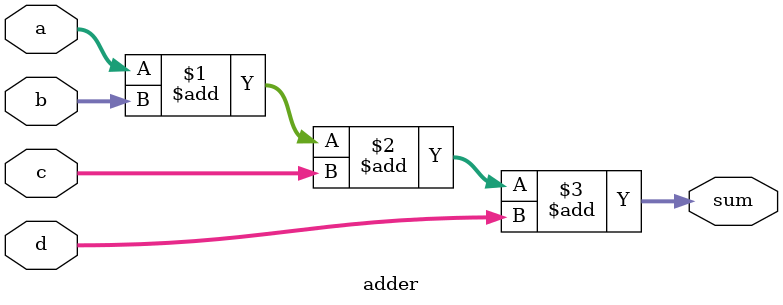
<source format=v>

module adder(sum, a, b, c, d);
	parameter bitwidth = 14;
	input signed[bitwidth - 1:0]a, b, c, d;
	output signed[bitwidth + 1:0]sum;
	
	assign sum = a + b + c + d;
	
endmodule
</source>
